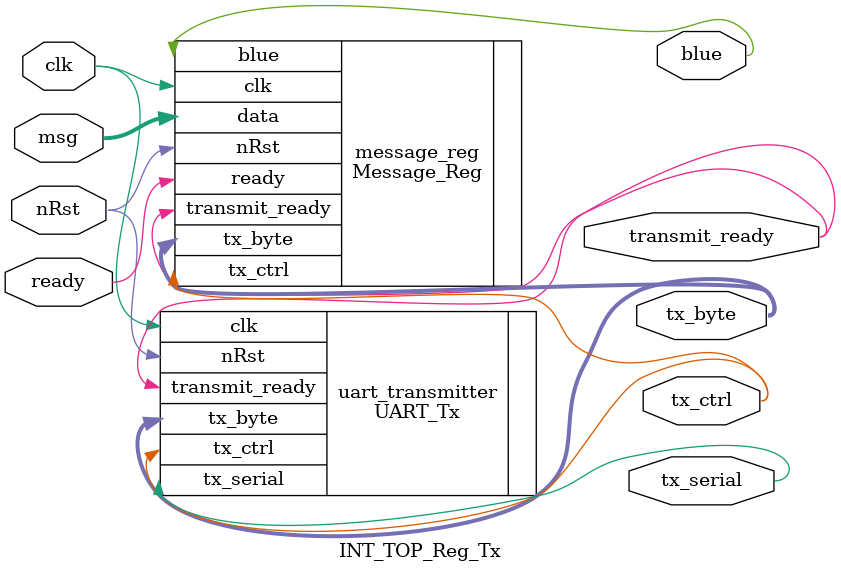
<source format=sv>
module INT_TOP_Reg_Tx (
    input logic clk, nRst, ready,
    output logic tx_serial,
    output logic transmit_ready, blue, tx_ctrl,
    output logic [7:0] tx_byte,
    input logic [7:0] msg


);

// Testbench ports
localparam CLK_PERIOD = 10; // 100 Hz clk
// logic transmit_readymit_ready, blue, tx_ctrl;
// logic [7:0] msg, tx_byte;

// Portmap
Message_Reg message_reg (.clk(clk), .nRst(nRst), .ready(ready), .transmit_ready(transmit_ready), .data(msg), .blue(blue), .tx_ctrl(tx_ctrl), .tx_byte(tx_byte));
UART_Tx uart_transmitter (.clk(clk), .nRst(nRst), .tx_ctrl(tx_ctrl), .tx_byte(tx_byte), .transmit_ready(transmit_ready), .tx_serial(tx_serial));

endmodule


</source>
